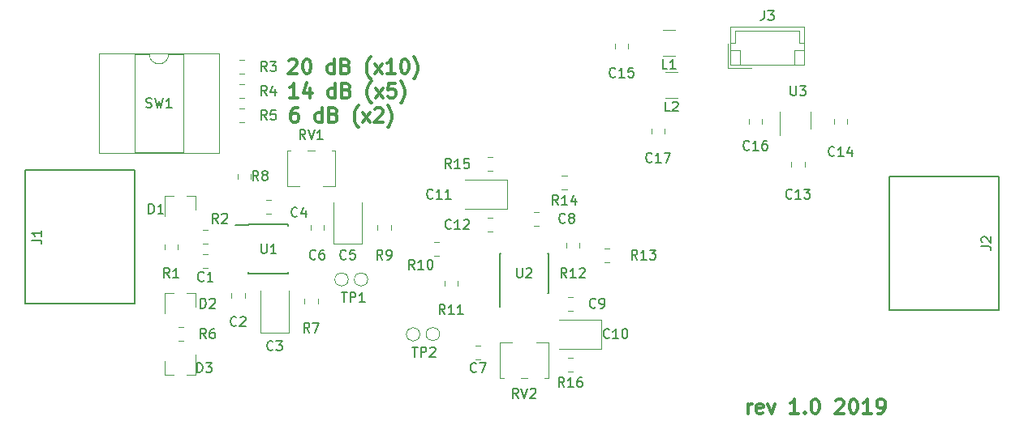
<source format=gbr>
G04 #@! TF.GenerationSoftware,KiCad,Pcbnew,(5.0.1)-4*
G04 #@! TF.CreationDate,2019-01-25T14:15:16+03:00*
G04 #@! TF.ProjectId,Lab Ampl,4C616220416D706C2E6B696361645F70,rev?*
G04 #@! TF.SameCoordinates,Original*
G04 #@! TF.FileFunction,Legend,Top*
G04 #@! TF.FilePolarity,Positive*
%FSLAX46Y46*%
G04 Gerber Fmt 4.6, Leading zero omitted, Abs format (unit mm)*
G04 Created by KiCad (PCBNEW (5.0.1)-4) date 25/01/2019 14:15:16*
%MOMM*%
%LPD*%
G01*
G04 APERTURE LIST*
%ADD10C,0.300000*%
%ADD11C,0.120000*%
%ADD12C,0.150000*%
G04 APERTURE END LIST*
D10*
X177042857Y-110533571D02*
X177042857Y-109533571D01*
X177042857Y-109819285D02*
X177114285Y-109676428D01*
X177185714Y-109605000D01*
X177328571Y-109533571D01*
X177471428Y-109533571D01*
X178542857Y-110462142D02*
X178400000Y-110533571D01*
X178114285Y-110533571D01*
X177971428Y-110462142D01*
X177900000Y-110319285D01*
X177900000Y-109747857D01*
X177971428Y-109605000D01*
X178114285Y-109533571D01*
X178400000Y-109533571D01*
X178542857Y-109605000D01*
X178614285Y-109747857D01*
X178614285Y-109890714D01*
X177900000Y-110033571D01*
X179114285Y-109533571D02*
X179471428Y-110533571D01*
X179828571Y-109533571D01*
X182328571Y-110533571D02*
X181471428Y-110533571D01*
X181900000Y-110533571D02*
X181900000Y-109033571D01*
X181757142Y-109247857D01*
X181614285Y-109390714D01*
X181471428Y-109462142D01*
X182971428Y-110390714D02*
X183042857Y-110462142D01*
X182971428Y-110533571D01*
X182900000Y-110462142D01*
X182971428Y-110390714D01*
X182971428Y-110533571D01*
X183971428Y-109033571D02*
X184114285Y-109033571D01*
X184257142Y-109105000D01*
X184328571Y-109176428D01*
X184400000Y-109319285D01*
X184471428Y-109605000D01*
X184471428Y-109962142D01*
X184400000Y-110247857D01*
X184328571Y-110390714D01*
X184257142Y-110462142D01*
X184114285Y-110533571D01*
X183971428Y-110533571D01*
X183828571Y-110462142D01*
X183757142Y-110390714D01*
X183685714Y-110247857D01*
X183614285Y-109962142D01*
X183614285Y-109605000D01*
X183685714Y-109319285D01*
X183757142Y-109176428D01*
X183828571Y-109105000D01*
X183971428Y-109033571D01*
X186185714Y-109176428D02*
X186257142Y-109105000D01*
X186400000Y-109033571D01*
X186757142Y-109033571D01*
X186900000Y-109105000D01*
X186971428Y-109176428D01*
X187042857Y-109319285D01*
X187042857Y-109462142D01*
X186971428Y-109676428D01*
X186114285Y-110533571D01*
X187042857Y-110533571D01*
X187971428Y-109033571D02*
X188114285Y-109033571D01*
X188257142Y-109105000D01*
X188328571Y-109176428D01*
X188400000Y-109319285D01*
X188471428Y-109605000D01*
X188471428Y-109962142D01*
X188400000Y-110247857D01*
X188328571Y-110390714D01*
X188257142Y-110462142D01*
X188114285Y-110533571D01*
X187971428Y-110533571D01*
X187828571Y-110462142D01*
X187757142Y-110390714D01*
X187685714Y-110247857D01*
X187614285Y-109962142D01*
X187614285Y-109605000D01*
X187685714Y-109319285D01*
X187757142Y-109176428D01*
X187828571Y-109105000D01*
X187971428Y-109033571D01*
X189900000Y-110533571D02*
X189042857Y-110533571D01*
X189471428Y-110533571D02*
X189471428Y-109033571D01*
X189328571Y-109247857D01*
X189185714Y-109390714D01*
X189042857Y-109462142D01*
X190614285Y-110533571D02*
X190900000Y-110533571D01*
X191042857Y-110462142D01*
X191114285Y-110390714D01*
X191257142Y-110176428D01*
X191328571Y-109890714D01*
X191328571Y-109319285D01*
X191257142Y-109176428D01*
X191185714Y-109105000D01*
X191042857Y-109033571D01*
X190757142Y-109033571D01*
X190614285Y-109105000D01*
X190542857Y-109176428D01*
X190471428Y-109319285D01*
X190471428Y-109676428D01*
X190542857Y-109819285D01*
X190614285Y-109890714D01*
X190757142Y-109962142D01*
X191042857Y-109962142D01*
X191185714Y-109890714D01*
X191257142Y-109819285D01*
X191328571Y-109676428D01*
X130012857Y-78553571D02*
X129727142Y-78553571D01*
X129584285Y-78625000D01*
X129512857Y-78696428D01*
X129370000Y-78910714D01*
X129298571Y-79196428D01*
X129298571Y-79767857D01*
X129370000Y-79910714D01*
X129441428Y-79982142D01*
X129584285Y-80053571D01*
X129870000Y-80053571D01*
X130012857Y-79982142D01*
X130084285Y-79910714D01*
X130155714Y-79767857D01*
X130155714Y-79410714D01*
X130084285Y-79267857D01*
X130012857Y-79196428D01*
X129870000Y-79125000D01*
X129584285Y-79125000D01*
X129441428Y-79196428D01*
X129370000Y-79267857D01*
X129298571Y-79410714D01*
X132584285Y-80053571D02*
X132584285Y-78553571D01*
X132584285Y-79982142D02*
X132441428Y-80053571D01*
X132155714Y-80053571D01*
X132012857Y-79982142D01*
X131941428Y-79910714D01*
X131870000Y-79767857D01*
X131870000Y-79339285D01*
X131941428Y-79196428D01*
X132012857Y-79125000D01*
X132155714Y-79053571D01*
X132441428Y-79053571D01*
X132584285Y-79125000D01*
X133798571Y-79267857D02*
X134012857Y-79339285D01*
X134084285Y-79410714D01*
X134155714Y-79553571D01*
X134155714Y-79767857D01*
X134084285Y-79910714D01*
X134012857Y-79982142D01*
X133870000Y-80053571D01*
X133298571Y-80053571D01*
X133298571Y-78553571D01*
X133798571Y-78553571D01*
X133941428Y-78625000D01*
X134012857Y-78696428D01*
X134084285Y-78839285D01*
X134084285Y-78982142D01*
X134012857Y-79125000D01*
X133941428Y-79196428D01*
X133798571Y-79267857D01*
X133298571Y-79267857D01*
X136370000Y-80625000D02*
X136298571Y-80553571D01*
X136155714Y-80339285D01*
X136084285Y-80196428D01*
X136012857Y-79982142D01*
X135941428Y-79625000D01*
X135941428Y-79339285D01*
X136012857Y-78982142D01*
X136084285Y-78767857D01*
X136155714Y-78625000D01*
X136298571Y-78410714D01*
X136370000Y-78339285D01*
X136798571Y-80053571D02*
X137584285Y-79053571D01*
X136798571Y-79053571D02*
X137584285Y-80053571D01*
X138084285Y-78696428D02*
X138155714Y-78625000D01*
X138298571Y-78553571D01*
X138655714Y-78553571D01*
X138798571Y-78625000D01*
X138870000Y-78696428D01*
X138941428Y-78839285D01*
X138941428Y-78982142D01*
X138870000Y-79196428D01*
X138012857Y-80053571D01*
X138941428Y-80053571D01*
X139441428Y-80625000D02*
X139512857Y-80553571D01*
X139655714Y-80339285D01*
X139727142Y-80196428D01*
X139798571Y-79982142D01*
X139870000Y-79625000D01*
X139870000Y-79339285D01*
X139798571Y-78982142D01*
X139727142Y-78767857D01*
X139655714Y-78625000D01*
X139512857Y-78410714D01*
X139441428Y-78339285D01*
X130076428Y-77513571D02*
X129219285Y-77513571D01*
X129647857Y-77513571D02*
X129647857Y-76013571D01*
X129505000Y-76227857D01*
X129362142Y-76370714D01*
X129219285Y-76442142D01*
X131362142Y-76513571D02*
X131362142Y-77513571D01*
X131005000Y-75942142D02*
X130647857Y-77013571D01*
X131576428Y-77013571D01*
X133933571Y-77513571D02*
X133933571Y-76013571D01*
X133933571Y-77442142D02*
X133790714Y-77513571D01*
X133505000Y-77513571D01*
X133362142Y-77442142D01*
X133290714Y-77370714D01*
X133219285Y-77227857D01*
X133219285Y-76799285D01*
X133290714Y-76656428D01*
X133362142Y-76585000D01*
X133505000Y-76513571D01*
X133790714Y-76513571D01*
X133933571Y-76585000D01*
X135147857Y-76727857D02*
X135362142Y-76799285D01*
X135433571Y-76870714D01*
X135505000Y-77013571D01*
X135505000Y-77227857D01*
X135433571Y-77370714D01*
X135362142Y-77442142D01*
X135219285Y-77513571D01*
X134647857Y-77513571D01*
X134647857Y-76013571D01*
X135147857Y-76013571D01*
X135290714Y-76085000D01*
X135362142Y-76156428D01*
X135433571Y-76299285D01*
X135433571Y-76442142D01*
X135362142Y-76585000D01*
X135290714Y-76656428D01*
X135147857Y-76727857D01*
X134647857Y-76727857D01*
X137719285Y-78085000D02*
X137647857Y-78013571D01*
X137505000Y-77799285D01*
X137433571Y-77656428D01*
X137362142Y-77442142D01*
X137290714Y-77085000D01*
X137290714Y-76799285D01*
X137362142Y-76442142D01*
X137433571Y-76227857D01*
X137505000Y-76085000D01*
X137647857Y-75870714D01*
X137719285Y-75799285D01*
X138147857Y-77513571D02*
X138933571Y-76513571D01*
X138147857Y-76513571D02*
X138933571Y-77513571D01*
X140219285Y-76013571D02*
X139505000Y-76013571D01*
X139433571Y-76727857D01*
X139505000Y-76656428D01*
X139647857Y-76585000D01*
X140005000Y-76585000D01*
X140147857Y-76656428D01*
X140219285Y-76727857D01*
X140290714Y-76870714D01*
X140290714Y-77227857D01*
X140219285Y-77370714D01*
X140147857Y-77442142D01*
X140005000Y-77513571D01*
X139647857Y-77513571D01*
X139505000Y-77442142D01*
X139433571Y-77370714D01*
X140790714Y-78085000D02*
X140862142Y-78013571D01*
X141005000Y-77799285D01*
X141076428Y-77656428D01*
X141147857Y-77442142D01*
X141219285Y-77085000D01*
X141219285Y-76799285D01*
X141147857Y-76442142D01*
X141076428Y-76227857D01*
X141005000Y-76085000D01*
X140862142Y-75870714D01*
X140790714Y-75799285D01*
X129140000Y-73616428D02*
X129211428Y-73545000D01*
X129354285Y-73473571D01*
X129711428Y-73473571D01*
X129854285Y-73545000D01*
X129925714Y-73616428D01*
X129997142Y-73759285D01*
X129997142Y-73902142D01*
X129925714Y-74116428D01*
X129068571Y-74973571D01*
X129997142Y-74973571D01*
X130925714Y-73473571D02*
X131068571Y-73473571D01*
X131211428Y-73545000D01*
X131282857Y-73616428D01*
X131354285Y-73759285D01*
X131425714Y-74045000D01*
X131425714Y-74402142D01*
X131354285Y-74687857D01*
X131282857Y-74830714D01*
X131211428Y-74902142D01*
X131068571Y-74973571D01*
X130925714Y-74973571D01*
X130782857Y-74902142D01*
X130711428Y-74830714D01*
X130640000Y-74687857D01*
X130568571Y-74402142D01*
X130568571Y-74045000D01*
X130640000Y-73759285D01*
X130711428Y-73616428D01*
X130782857Y-73545000D01*
X130925714Y-73473571D01*
X133854285Y-74973571D02*
X133854285Y-73473571D01*
X133854285Y-74902142D02*
X133711428Y-74973571D01*
X133425714Y-74973571D01*
X133282857Y-74902142D01*
X133211428Y-74830714D01*
X133140000Y-74687857D01*
X133140000Y-74259285D01*
X133211428Y-74116428D01*
X133282857Y-74045000D01*
X133425714Y-73973571D01*
X133711428Y-73973571D01*
X133854285Y-74045000D01*
X135068571Y-74187857D02*
X135282857Y-74259285D01*
X135354285Y-74330714D01*
X135425714Y-74473571D01*
X135425714Y-74687857D01*
X135354285Y-74830714D01*
X135282857Y-74902142D01*
X135140000Y-74973571D01*
X134568571Y-74973571D01*
X134568571Y-73473571D01*
X135068571Y-73473571D01*
X135211428Y-73545000D01*
X135282857Y-73616428D01*
X135354285Y-73759285D01*
X135354285Y-73902142D01*
X135282857Y-74045000D01*
X135211428Y-74116428D01*
X135068571Y-74187857D01*
X134568571Y-74187857D01*
X137640000Y-75545000D02*
X137568571Y-75473571D01*
X137425714Y-75259285D01*
X137354285Y-75116428D01*
X137282857Y-74902142D01*
X137211428Y-74545000D01*
X137211428Y-74259285D01*
X137282857Y-73902142D01*
X137354285Y-73687857D01*
X137425714Y-73545000D01*
X137568571Y-73330714D01*
X137640000Y-73259285D01*
X138068571Y-74973571D02*
X138854285Y-73973571D01*
X138068571Y-73973571D02*
X138854285Y-74973571D01*
X140211428Y-74973571D02*
X139354285Y-74973571D01*
X139782857Y-74973571D02*
X139782857Y-73473571D01*
X139640000Y-73687857D01*
X139497142Y-73830714D01*
X139354285Y-73902142D01*
X141140000Y-73473571D02*
X141282857Y-73473571D01*
X141425714Y-73545000D01*
X141497142Y-73616428D01*
X141568571Y-73759285D01*
X141640000Y-74045000D01*
X141640000Y-74402142D01*
X141568571Y-74687857D01*
X141497142Y-74830714D01*
X141425714Y-74902142D01*
X141282857Y-74973571D01*
X141140000Y-74973571D01*
X140997142Y-74902142D01*
X140925714Y-74830714D01*
X140854285Y-74687857D01*
X140782857Y-74402142D01*
X140782857Y-74045000D01*
X140854285Y-73759285D01*
X140925714Y-73616428D01*
X140997142Y-73545000D01*
X141140000Y-73473571D01*
X142140000Y-75545000D02*
X142211428Y-75473571D01*
X142354285Y-75259285D01*
X142425714Y-75116428D01*
X142497142Y-74902142D01*
X142568571Y-74545000D01*
X142568571Y-74259285D01*
X142497142Y-73902142D01*
X142425714Y-73687857D01*
X142354285Y-73545000D01*
X142211428Y-73330714D01*
X142140000Y-73259285D01*
D11*
G04 #@! TO.C,REF\002A\002A*
X142787600Y-102260400D02*
G75*
G03X142787600Y-102260400I-700000J0D01*
G01*
D12*
G04 #@! TO.C,U1*
X124925000Y-90770000D02*
X124925000Y-90820000D01*
X129075000Y-90770000D02*
X129075000Y-90915000D01*
X129075000Y-95920000D02*
X129075000Y-95775000D01*
X124925000Y-95920000D02*
X124925000Y-95775000D01*
X124925000Y-90770000D02*
X129075000Y-90770000D01*
X124925000Y-95920000D02*
X129075000Y-95920000D01*
X124925000Y-90820000D02*
X123525000Y-90820000D01*
D11*
G04 #@! TO.C,C1*
X120666252Y-95325000D02*
X120143748Y-95325000D01*
X120666252Y-93905000D02*
X120143748Y-93905000D01*
G04 #@! TO.C,C2*
X124535000Y-98441252D02*
X124535000Y-97918748D01*
X123115000Y-98441252D02*
X123115000Y-97918748D01*
G04 #@! TO.C,C4*
X127261252Y-89610000D02*
X126738748Y-89610000D01*
X127261252Y-88190000D02*
X126738748Y-88190000D01*
G04 #@! TO.C,C6*
X131370000Y-91311252D02*
X131370000Y-90788748D01*
X132790000Y-91311252D02*
X132790000Y-90788748D01*
G04 #@! TO.C,C7*
X149096252Y-103430000D02*
X148573748Y-103430000D01*
X149096252Y-104850000D02*
X148573748Y-104850000D01*
G04 #@! TO.C,C8*
X154678748Y-90880000D02*
X155201252Y-90880000D01*
X154678748Y-89460000D02*
X155201252Y-89460000D01*
G04 #@! TO.C,C9*
X158766252Y-99770000D02*
X158243748Y-99770000D01*
X158766252Y-98350000D02*
X158243748Y-98350000D01*
G04 #@! TO.C,C12*
X150366252Y-91515000D02*
X149843748Y-91515000D01*
X150366252Y-90095000D02*
X149843748Y-90095000D01*
G04 #@! TO.C,C13*
X182955000Y-84193748D02*
X182955000Y-84716252D01*
X181535000Y-84193748D02*
X181535000Y-84716252D01*
G04 #@! TO.C,C14*
X185980000Y-79748748D02*
X185980000Y-80271252D01*
X187400000Y-79748748D02*
X187400000Y-80271252D01*
G04 #@! TO.C,C15*
X163120000Y-71883748D02*
X163120000Y-72406252D01*
X164540000Y-71883748D02*
X164540000Y-72406252D01*
G04 #@! TO.C,C16*
X178510000Y-80271252D02*
X178510000Y-79748748D01*
X177090000Y-80271252D02*
X177090000Y-79748748D01*
G04 #@! TO.C,C17*
X168350000Y-80773748D02*
X168350000Y-81296252D01*
X166930000Y-80773748D02*
X166930000Y-81296252D01*
G04 #@! TO.C,D1*
X119370000Y-87775000D02*
X118440000Y-87775000D01*
X116210000Y-87775000D02*
X117140000Y-87775000D01*
X116210000Y-87775000D02*
X116210000Y-89935000D01*
X119370000Y-87775000D02*
X119370000Y-89235000D01*
G04 #@! TO.C,D2*
X119370000Y-97935000D02*
X119370000Y-99395000D01*
X116210000Y-97935000D02*
X116210000Y-100095000D01*
X116210000Y-97935000D02*
X117140000Y-97935000D01*
X119370000Y-97935000D02*
X118440000Y-97935000D01*
G04 #@! TO.C,D3*
X116210000Y-106535000D02*
X117140000Y-106535000D01*
X119370000Y-106535000D02*
X118440000Y-106535000D01*
X119370000Y-106535000D02*
X119370000Y-104375000D01*
X116210000Y-106535000D02*
X116210000Y-105075000D01*
G04 #@! TO.C,J3*
X175190000Y-70045000D02*
X175190000Y-74065000D01*
X175190000Y-74065000D02*
X182910000Y-74065000D01*
X182910000Y-74065000D02*
X182910000Y-70045000D01*
X182910000Y-70045000D02*
X175190000Y-70045000D01*
X175190000Y-71755000D02*
X175690000Y-71755000D01*
X175690000Y-71755000D02*
X175690000Y-70545000D01*
X175690000Y-70545000D02*
X182410000Y-70545000D01*
X182410000Y-70545000D02*
X182410000Y-71755000D01*
X182410000Y-71755000D02*
X182910000Y-71755000D01*
X175190000Y-72565000D02*
X176190000Y-72565000D01*
X176190000Y-72565000D02*
X176190000Y-74065000D01*
X182910000Y-72565000D02*
X181910000Y-72565000D01*
X181910000Y-72565000D02*
X181910000Y-74065000D01*
X174890000Y-71865000D02*
X174890000Y-74365000D01*
X174890000Y-74365000D02*
X177390000Y-74365000D01*
G04 #@! TO.C,L1*
X169382064Y-73115000D02*
X168177936Y-73115000D01*
X169382064Y-70395000D02*
X168177936Y-70395000D01*
G04 #@! TO.C,L2*
X169642064Y-74840000D02*
X168437936Y-74840000D01*
X169642064Y-77560000D02*
X168437936Y-77560000D01*
G04 #@! TO.C,R1*
X117550000Y-92838748D02*
X117550000Y-93361252D01*
X116130000Y-92838748D02*
X116130000Y-93361252D01*
G04 #@! TO.C,R2*
X120666252Y-92785000D02*
X120143748Y-92785000D01*
X120666252Y-91365000D02*
X120143748Y-91365000D01*
G04 #@! TO.C,R3*
X124476252Y-75005000D02*
X123953748Y-75005000D01*
X124476252Y-73585000D02*
X123953748Y-73585000D01*
G04 #@! TO.C,R4*
X124476252Y-76125000D02*
X123953748Y-76125000D01*
X124476252Y-77545000D02*
X123953748Y-77545000D01*
G04 #@! TO.C,R5*
X124476252Y-80085000D02*
X123953748Y-80085000D01*
X124476252Y-78665000D02*
X123953748Y-78665000D01*
G04 #@! TO.C,R6*
X118126252Y-101525000D02*
X117603748Y-101525000D01*
X118126252Y-102945000D02*
X117603748Y-102945000D01*
G04 #@! TO.C,R7*
X130735000Y-98553748D02*
X130735000Y-99076252D01*
X132155000Y-98553748D02*
X132155000Y-99076252D01*
G04 #@! TO.C,R8*
X123750000Y-85463748D02*
X123750000Y-85986252D01*
X125170000Y-85463748D02*
X125170000Y-85986252D01*
G04 #@! TO.C,R9*
X139775000Y-90788748D02*
X139775000Y-91311252D01*
X138355000Y-90788748D02*
X138355000Y-91311252D01*
G04 #@! TO.C,R10*
X144796252Y-94055000D02*
X144273748Y-94055000D01*
X144796252Y-92635000D02*
X144273748Y-92635000D01*
G04 #@! TO.C,R11*
X145340000Y-96648748D02*
X145340000Y-97171252D01*
X146760000Y-96648748D02*
X146760000Y-97171252D01*
G04 #@! TO.C,R12*
X158040000Y-93216252D02*
X158040000Y-92693748D01*
X159460000Y-93216252D02*
X159460000Y-92693748D01*
G04 #@! TO.C,R13*
X162576252Y-93270000D02*
X162053748Y-93270000D01*
X162576252Y-94690000D02*
X162053748Y-94690000D01*
G04 #@! TO.C,R14*
X158131252Y-85650000D02*
X157608748Y-85650000D01*
X158131252Y-87070000D02*
X157608748Y-87070000D01*
G04 #@! TO.C,R15*
X149843748Y-83745000D02*
X150366252Y-83745000D01*
X149843748Y-85165000D02*
X150366252Y-85165000D01*
G04 #@! TO.C,R16*
X158243748Y-106120000D02*
X158766252Y-106120000D01*
X158243748Y-104700000D02*
X158766252Y-104700000D01*
G04 #@! TO.C,RV1*
X133585000Y-83040000D02*
X133965000Y-83040000D01*
X128925000Y-83040000D02*
X129305000Y-83040000D01*
X131085000Y-83040000D02*
X131805000Y-83040000D01*
X128925000Y-86780000D02*
X130205000Y-86780000D01*
X132685000Y-86780000D02*
X133965000Y-86780000D01*
X128925000Y-83040000D02*
X128925000Y-86780000D01*
X133965000Y-83040000D02*
X133965000Y-86780000D01*
G04 #@! TO.C,RV2*
X151150000Y-106825000D02*
X151150000Y-103085000D01*
X156190000Y-106825000D02*
X156190000Y-103085000D01*
X152430000Y-103085000D02*
X151150000Y-103085000D01*
X156190000Y-103085000D02*
X154910000Y-103085000D01*
X154030000Y-106825000D02*
X153310000Y-106825000D01*
X156190000Y-106825000D02*
X155810000Y-106825000D01*
X151530000Y-106825000D02*
X151150000Y-106825000D01*
G04 #@! TO.C,SW1*
X116570000Y-72965000D02*
G75*
G02X114570000Y-72965000I-1000000J0D01*
G01*
X114570000Y-72965000D02*
X113035000Y-72965000D01*
X113035000Y-72965000D02*
X113035000Y-83245000D01*
X113035000Y-83245000D02*
X118105000Y-83245000D01*
X118105000Y-83245000D02*
X118105000Y-72965000D01*
X118105000Y-72965000D02*
X116570000Y-72965000D01*
X109335000Y-72905000D02*
X109335000Y-83305000D01*
X109335000Y-83305000D02*
X121805000Y-83305000D01*
X121805000Y-83305000D02*
X121805000Y-72905000D01*
X121805000Y-72905000D02*
X109335000Y-72905000D01*
D12*
G04 #@! TO.C,U2*
X151145000Y-97960000D02*
X151145000Y-99360000D01*
X156245000Y-97960000D02*
X156245000Y-93810000D01*
X151095000Y-97960000D02*
X151095000Y-93810000D01*
X156245000Y-97960000D02*
X156100000Y-97960000D01*
X156245000Y-93810000D02*
X156100000Y-93810000D01*
X151095000Y-93810000D02*
X151240000Y-93810000D01*
X151095000Y-97960000D02*
X151145000Y-97960000D01*
D11*
G04 #@! TO.C,U3*
X183535000Y-80740000D02*
X183535000Y-78940000D01*
X180315000Y-78940000D02*
X180315000Y-81390000D01*
G04 #@! TO.C,C3*
X126125000Y-97665000D02*
X126125000Y-102050000D01*
X126125000Y-102050000D02*
X129145000Y-102050000D01*
X129145000Y-102050000D02*
X129145000Y-97665000D01*
G04 #@! TO.C,C5*
X136765000Y-92805000D02*
X136765000Y-88420000D01*
X133745000Y-92805000D02*
X136765000Y-92805000D01*
X133745000Y-88420000D02*
X133745000Y-92805000D01*
G04 #@! TO.C,C10*
X161740000Y-100725000D02*
X157355000Y-100725000D01*
X161740000Y-103745000D02*
X161740000Y-100725000D01*
X157355000Y-103745000D02*
X161740000Y-103745000D01*
G04 #@! TO.C,C11*
X147475000Y-89140000D02*
X151860000Y-89140000D01*
X151860000Y-89140000D02*
X151860000Y-86120000D01*
X151860000Y-86120000D02*
X147475000Y-86120000D01*
G04 #@! TO.C,TP1*
X135320000Y-96520000D02*
G75*
G03X135320000Y-96520000I-700000J0D01*
G01*
G04 #@! TO.C,TP2*
X144845000Y-102235000D02*
G75*
G03X144845000Y-102235000I-700000J0D01*
G01*
G04 #@! TO.C,REF\002A\002A*
X137352000Y-96520000D02*
G75*
G03X137352000Y-96520000I-700000J0D01*
G01*
D12*
G04 #@! TO.C,J1*
X101600000Y-99060000D02*
X113030000Y-99060000D01*
X101600000Y-85090000D02*
X113030000Y-85090000D01*
X101600000Y-85090000D02*
X101600000Y-99060000D01*
X113030000Y-99060000D02*
X113030000Y-85090000D01*
G04 #@! TO.C,J2*
X191770000Y-85725000D02*
X191770000Y-99695000D01*
X203200000Y-99695000D02*
X203200000Y-85725000D01*
X203200000Y-99695000D02*
X191770000Y-99695000D01*
X203200000Y-85725000D02*
X191770000Y-85725000D01*
G04 #@! TO.C,U1*
X126238095Y-92797380D02*
X126238095Y-93606904D01*
X126285714Y-93702142D01*
X126333333Y-93749761D01*
X126428571Y-93797380D01*
X126619047Y-93797380D01*
X126714285Y-93749761D01*
X126761904Y-93702142D01*
X126809523Y-93606904D01*
X126809523Y-92797380D01*
X127809523Y-93797380D02*
X127238095Y-93797380D01*
X127523809Y-93797380D02*
X127523809Y-92797380D01*
X127428571Y-92940238D01*
X127333333Y-93035476D01*
X127238095Y-93083095D01*
G04 #@! TO.C,C1*
X120238333Y-96622142D02*
X120190714Y-96669761D01*
X120047857Y-96717380D01*
X119952619Y-96717380D01*
X119809761Y-96669761D01*
X119714523Y-96574523D01*
X119666904Y-96479285D01*
X119619285Y-96288809D01*
X119619285Y-96145952D01*
X119666904Y-95955476D01*
X119714523Y-95860238D01*
X119809761Y-95765000D01*
X119952619Y-95717380D01*
X120047857Y-95717380D01*
X120190714Y-95765000D01*
X120238333Y-95812619D01*
X121190714Y-96717380D02*
X120619285Y-96717380D01*
X120905000Y-96717380D02*
X120905000Y-95717380D01*
X120809761Y-95860238D01*
X120714523Y-95955476D01*
X120619285Y-96003095D01*
G04 #@! TO.C,C2*
X123658333Y-101322142D02*
X123610714Y-101369761D01*
X123467857Y-101417380D01*
X123372619Y-101417380D01*
X123229761Y-101369761D01*
X123134523Y-101274523D01*
X123086904Y-101179285D01*
X123039285Y-100988809D01*
X123039285Y-100845952D01*
X123086904Y-100655476D01*
X123134523Y-100560238D01*
X123229761Y-100465000D01*
X123372619Y-100417380D01*
X123467857Y-100417380D01*
X123610714Y-100465000D01*
X123658333Y-100512619D01*
X124039285Y-100512619D02*
X124086904Y-100465000D01*
X124182142Y-100417380D01*
X124420238Y-100417380D01*
X124515476Y-100465000D01*
X124563095Y-100512619D01*
X124610714Y-100607857D01*
X124610714Y-100703095D01*
X124563095Y-100845952D01*
X123991666Y-101417380D01*
X124610714Y-101417380D01*
G04 #@! TO.C,C4*
X130008333Y-89892142D02*
X129960714Y-89939761D01*
X129817857Y-89987380D01*
X129722619Y-89987380D01*
X129579761Y-89939761D01*
X129484523Y-89844523D01*
X129436904Y-89749285D01*
X129389285Y-89558809D01*
X129389285Y-89415952D01*
X129436904Y-89225476D01*
X129484523Y-89130238D01*
X129579761Y-89035000D01*
X129722619Y-88987380D01*
X129817857Y-88987380D01*
X129960714Y-89035000D01*
X130008333Y-89082619D01*
X130865476Y-89320714D02*
X130865476Y-89987380D01*
X130627380Y-88939761D02*
X130389285Y-89654047D01*
X131008333Y-89654047D01*
G04 #@! TO.C,C6*
X131913333Y-94337142D02*
X131865714Y-94384761D01*
X131722857Y-94432380D01*
X131627619Y-94432380D01*
X131484761Y-94384761D01*
X131389523Y-94289523D01*
X131341904Y-94194285D01*
X131294285Y-94003809D01*
X131294285Y-93860952D01*
X131341904Y-93670476D01*
X131389523Y-93575238D01*
X131484761Y-93480000D01*
X131627619Y-93432380D01*
X131722857Y-93432380D01*
X131865714Y-93480000D01*
X131913333Y-93527619D01*
X132770476Y-93432380D02*
X132580000Y-93432380D01*
X132484761Y-93480000D01*
X132437142Y-93527619D01*
X132341904Y-93670476D01*
X132294285Y-93860952D01*
X132294285Y-94241904D01*
X132341904Y-94337142D01*
X132389523Y-94384761D01*
X132484761Y-94432380D01*
X132675238Y-94432380D01*
X132770476Y-94384761D01*
X132818095Y-94337142D01*
X132865714Y-94241904D01*
X132865714Y-94003809D01*
X132818095Y-93908571D01*
X132770476Y-93860952D01*
X132675238Y-93813333D01*
X132484761Y-93813333D01*
X132389523Y-93860952D01*
X132341904Y-93908571D01*
X132294285Y-94003809D01*
G04 #@! TO.C,C7*
X148668333Y-106147142D02*
X148620714Y-106194761D01*
X148477857Y-106242380D01*
X148382619Y-106242380D01*
X148239761Y-106194761D01*
X148144523Y-106099523D01*
X148096904Y-106004285D01*
X148049285Y-105813809D01*
X148049285Y-105670952D01*
X148096904Y-105480476D01*
X148144523Y-105385238D01*
X148239761Y-105290000D01*
X148382619Y-105242380D01*
X148477857Y-105242380D01*
X148620714Y-105290000D01*
X148668333Y-105337619D01*
X149001666Y-105242380D02*
X149668333Y-105242380D01*
X149239761Y-106242380D01*
G04 #@! TO.C,C8*
X157948333Y-90527142D02*
X157900714Y-90574761D01*
X157757857Y-90622380D01*
X157662619Y-90622380D01*
X157519761Y-90574761D01*
X157424523Y-90479523D01*
X157376904Y-90384285D01*
X157329285Y-90193809D01*
X157329285Y-90050952D01*
X157376904Y-89860476D01*
X157424523Y-89765238D01*
X157519761Y-89670000D01*
X157662619Y-89622380D01*
X157757857Y-89622380D01*
X157900714Y-89670000D01*
X157948333Y-89717619D01*
X158519761Y-90050952D02*
X158424523Y-90003333D01*
X158376904Y-89955714D01*
X158329285Y-89860476D01*
X158329285Y-89812857D01*
X158376904Y-89717619D01*
X158424523Y-89670000D01*
X158519761Y-89622380D01*
X158710238Y-89622380D01*
X158805476Y-89670000D01*
X158853095Y-89717619D01*
X158900714Y-89812857D01*
X158900714Y-89860476D01*
X158853095Y-89955714D01*
X158805476Y-90003333D01*
X158710238Y-90050952D01*
X158519761Y-90050952D01*
X158424523Y-90098571D01*
X158376904Y-90146190D01*
X158329285Y-90241428D01*
X158329285Y-90431904D01*
X158376904Y-90527142D01*
X158424523Y-90574761D01*
X158519761Y-90622380D01*
X158710238Y-90622380D01*
X158805476Y-90574761D01*
X158853095Y-90527142D01*
X158900714Y-90431904D01*
X158900714Y-90241428D01*
X158853095Y-90146190D01*
X158805476Y-90098571D01*
X158710238Y-90050952D01*
G04 #@! TO.C,C9*
X161123333Y-99417142D02*
X161075714Y-99464761D01*
X160932857Y-99512380D01*
X160837619Y-99512380D01*
X160694761Y-99464761D01*
X160599523Y-99369523D01*
X160551904Y-99274285D01*
X160504285Y-99083809D01*
X160504285Y-98940952D01*
X160551904Y-98750476D01*
X160599523Y-98655238D01*
X160694761Y-98560000D01*
X160837619Y-98512380D01*
X160932857Y-98512380D01*
X161075714Y-98560000D01*
X161123333Y-98607619D01*
X161599523Y-99512380D02*
X161790000Y-99512380D01*
X161885238Y-99464761D01*
X161932857Y-99417142D01*
X162028095Y-99274285D01*
X162075714Y-99083809D01*
X162075714Y-98702857D01*
X162028095Y-98607619D01*
X161980476Y-98560000D01*
X161885238Y-98512380D01*
X161694761Y-98512380D01*
X161599523Y-98560000D01*
X161551904Y-98607619D01*
X161504285Y-98702857D01*
X161504285Y-98940952D01*
X161551904Y-99036190D01*
X161599523Y-99083809D01*
X161694761Y-99131428D01*
X161885238Y-99131428D01*
X161980476Y-99083809D01*
X162028095Y-99036190D01*
X162075714Y-98940952D01*
G04 #@! TO.C,C12*
X146042142Y-91162142D02*
X145994523Y-91209761D01*
X145851666Y-91257380D01*
X145756428Y-91257380D01*
X145613571Y-91209761D01*
X145518333Y-91114523D01*
X145470714Y-91019285D01*
X145423095Y-90828809D01*
X145423095Y-90685952D01*
X145470714Y-90495476D01*
X145518333Y-90400238D01*
X145613571Y-90305000D01*
X145756428Y-90257380D01*
X145851666Y-90257380D01*
X145994523Y-90305000D01*
X146042142Y-90352619D01*
X146994523Y-91257380D02*
X146423095Y-91257380D01*
X146708809Y-91257380D02*
X146708809Y-90257380D01*
X146613571Y-90400238D01*
X146518333Y-90495476D01*
X146423095Y-90543095D01*
X147375476Y-90352619D02*
X147423095Y-90305000D01*
X147518333Y-90257380D01*
X147756428Y-90257380D01*
X147851666Y-90305000D01*
X147899285Y-90352619D01*
X147946904Y-90447857D01*
X147946904Y-90543095D01*
X147899285Y-90685952D01*
X147327857Y-91257380D01*
X147946904Y-91257380D01*
G04 #@! TO.C,C13*
X181602142Y-87987142D02*
X181554523Y-88034761D01*
X181411666Y-88082380D01*
X181316428Y-88082380D01*
X181173571Y-88034761D01*
X181078333Y-87939523D01*
X181030714Y-87844285D01*
X180983095Y-87653809D01*
X180983095Y-87510952D01*
X181030714Y-87320476D01*
X181078333Y-87225238D01*
X181173571Y-87130000D01*
X181316428Y-87082380D01*
X181411666Y-87082380D01*
X181554523Y-87130000D01*
X181602142Y-87177619D01*
X182554523Y-88082380D02*
X181983095Y-88082380D01*
X182268809Y-88082380D02*
X182268809Y-87082380D01*
X182173571Y-87225238D01*
X182078333Y-87320476D01*
X181983095Y-87368095D01*
X182887857Y-87082380D02*
X183506904Y-87082380D01*
X183173571Y-87463333D01*
X183316428Y-87463333D01*
X183411666Y-87510952D01*
X183459285Y-87558571D01*
X183506904Y-87653809D01*
X183506904Y-87891904D01*
X183459285Y-87987142D01*
X183411666Y-88034761D01*
X183316428Y-88082380D01*
X183030714Y-88082380D01*
X182935476Y-88034761D01*
X182887857Y-87987142D01*
G04 #@! TO.C,C14*
X186047142Y-83542142D02*
X185999523Y-83589761D01*
X185856666Y-83637380D01*
X185761428Y-83637380D01*
X185618571Y-83589761D01*
X185523333Y-83494523D01*
X185475714Y-83399285D01*
X185428095Y-83208809D01*
X185428095Y-83065952D01*
X185475714Y-82875476D01*
X185523333Y-82780238D01*
X185618571Y-82685000D01*
X185761428Y-82637380D01*
X185856666Y-82637380D01*
X185999523Y-82685000D01*
X186047142Y-82732619D01*
X186999523Y-83637380D02*
X186428095Y-83637380D01*
X186713809Y-83637380D02*
X186713809Y-82637380D01*
X186618571Y-82780238D01*
X186523333Y-82875476D01*
X186428095Y-82923095D01*
X187856666Y-82970714D02*
X187856666Y-83637380D01*
X187618571Y-82589761D02*
X187380476Y-83304047D01*
X187999523Y-83304047D01*
G04 #@! TO.C,C15*
X163187142Y-75287142D02*
X163139523Y-75334761D01*
X162996666Y-75382380D01*
X162901428Y-75382380D01*
X162758571Y-75334761D01*
X162663333Y-75239523D01*
X162615714Y-75144285D01*
X162568095Y-74953809D01*
X162568095Y-74810952D01*
X162615714Y-74620476D01*
X162663333Y-74525238D01*
X162758571Y-74430000D01*
X162901428Y-74382380D01*
X162996666Y-74382380D01*
X163139523Y-74430000D01*
X163187142Y-74477619D01*
X164139523Y-75382380D02*
X163568095Y-75382380D01*
X163853809Y-75382380D02*
X163853809Y-74382380D01*
X163758571Y-74525238D01*
X163663333Y-74620476D01*
X163568095Y-74668095D01*
X165044285Y-74382380D02*
X164568095Y-74382380D01*
X164520476Y-74858571D01*
X164568095Y-74810952D01*
X164663333Y-74763333D01*
X164901428Y-74763333D01*
X164996666Y-74810952D01*
X165044285Y-74858571D01*
X165091904Y-74953809D01*
X165091904Y-75191904D01*
X165044285Y-75287142D01*
X164996666Y-75334761D01*
X164901428Y-75382380D01*
X164663333Y-75382380D01*
X164568095Y-75334761D01*
X164520476Y-75287142D01*
G04 #@! TO.C,C16*
X177157142Y-82907142D02*
X177109523Y-82954761D01*
X176966666Y-83002380D01*
X176871428Y-83002380D01*
X176728571Y-82954761D01*
X176633333Y-82859523D01*
X176585714Y-82764285D01*
X176538095Y-82573809D01*
X176538095Y-82430952D01*
X176585714Y-82240476D01*
X176633333Y-82145238D01*
X176728571Y-82050000D01*
X176871428Y-82002380D01*
X176966666Y-82002380D01*
X177109523Y-82050000D01*
X177157142Y-82097619D01*
X178109523Y-83002380D02*
X177538095Y-83002380D01*
X177823809Y-83002380D02*
X177823809Y-82002380D01*
X177728571Y-82145238D01*
X177633333Y-82240476D01*
X177538095Y-82288095D01*
X178966666Y-82002380D02*
X178776190Y-82002380D01*
X178680952Y-82050000D01*
X178633333Y-82097619D01*
X178538095Y-82240476D01*
X178490476Y-82430952D01*
X178490476Y-82811904D01*
X178538095Y-82907142D01*
X178585714Y-82954761D01*
X178680952Y-83002380D01*
X178871428Y-83002380D01*
X178966666Y-82954761D01*
X179014285Y-82907142D01*
X179061904Y-82811904D01*
X179061904Y-82573809D01*
X179014285Y-82478571D01*
X178966666Y-82430952D01*
X178871428Y-82383333D01*
X178680952Y-82383333D01*
X178585714Y-82430952D01*
X178538095Y-82478571D01*
X178490476Y-82573809D01*
G04 #@! TO.C,C17*
X166997142Y-84177142D02*
X166949523Y-84224761D01*
X166806666Y-84272380D01*
X166711428Y-84272380D01*
X166568571Y-84224761D01*
X166473333Y-84129523D01*
X166425714Y-84034285D01*
X166378095Y-83843809D01*
X166378095Y-83700952D01*
X166425714Y-83510476D01*
X166473333Y-83415238D01*
X166568571Y-83320000D01*
X166711428Y-83272380D01*
X166806666Y-83272380D01*
X166949523Y-83320000D01*
X166997142Y-83367619D01*
X167949523Y-84272380D02*
X167378095Y-84272380D01*
X167663809Y-84272380D02*
X167663809Y-83272380D01*
X167568571Y-83415238D01*
X167473333Y-83510476D01*
X167378095Y-83558095D01*
X168282857Y-83272380D02*
X168949523Y-83272380D01*
X168520952Y-84272380D01*
G04 #@! TO.C,D1*
X114511904Y-89622380D02*
X114511904Y-88622380D01*
X114750000Y-88622380D01*
X114892857Y-88670000D01*
X114988095Y-88765238D01*
X115035714Y-88860476D01*
X115083333Y-89050952D01*
X115083333Y-89193809D01*
X115035714Y-89384285D01*
X114988095Y-89479523D01*
X114892857Y-89574761D01*
X114750000Y-89622380D01*
X114511904Y-89622380D01*
X116035714Y-89622380D02*
X115464285Y-89622380D01*
X115750000Y-89622380D02*
X115750000Y-88622380D01*
X115654761Y-88765238D01*
X115559523Y-88860476D01*
X115464285Y-88908095D01*
G04 #@! TO.C,D2*
X119911904Y-99512380D02*
X119911904Y-98512380D01*
X120150000Y-98512380D01*
X120292857Y-98560000D01*
X120388095Y-98655238D01*
X120435714Y-98750476D01*
X120483333Y-98940952D01*
X120483333Y-99083809D01*
X120435714Y-99274285D01*
X120388095Y-99369523D01*
X120292857Y-99464761D01*
X120150000Y-99512380D01*
X119911904Y-99512380D01*
X120864285Y-98607619D02*
X120911904Y-98560000D01*
X121007142Y-98512380D01*
X121245238Y-98512380D01*
X121340476Y-98560000D01*
X121388095Y-98607619D01*
X121435714Y-98702857D01*
X121435714Y-98798095D01*
X121388095Y-98940952D01*
X120816666Y-99512380D01*
X121435714Y-99512380D01*
G04 #@! TO.C,D3*
X119551904Y-106227380D02*
X119551904Y-105227380D01*
X119790000Y-105227380D01*
X119932857Y-105275000D01*
X120028095Y-105370238D01*
X120075714Y-105465476D01*
X120123333Y-105655952D01*
X120123333Y-105798809D01*
X120075714Y-105989285D01*
X120028095Y-106084523D01*
X119932857Y-106179761D01*
X119790000Y-106227380D01*
X119551904Y-106227380D01*
X120456666Y-105227380D02*
X121075714Y-105227380D01*
X120742380Y-105608333D01*
X120885238Y-105608333D01*
X120980476Y-105655952D01*
X121028095Y-105703571D01*
X121075714Y-105798809D01*
X121075714Y-106036904D01*
X121028095Y-106132142D01*
X120980476Y-106179761D01*
X120885238Y-106227380D01*
X120599523Y-106227380D01*
X120504285Y-106179761D01*
X120456666Y-106132142D01*
G04 #@! TO.C,J3*
X178716666Y-68407380D02*
X178716666Y-69121666D01*
X178669047Y-69264523D01*
X178573809Y-69359761D01*
X178430952Y-69407380D01*
X178335714Y-69407380D01*
X179097619Y-68407380D02*
X179716666Y-68407380D01*
X179383333Y-68788333D01*
X179526190Y-68788333D01*
X179621428Y-68835952D01*
X179669047Y-68883571D01*
X179716666Y-68978809D01*
X179716666Y-69216904D01*
X179669047Y-69312142D01*
X179621428Y-69359761D01*
X179526190Y-69407380D01*
X179240476Y-69407380D01*
X179145238Y-69359761D01*
X179097619Y-69312142D01*
G04 #@! TO.C,L1*
X168613333Y-74487380D02*
X168137142Y-74487380D01*
X168137142Y-73487380D01*
X169470476Y-74487380D02*
X168899047Y-74487380D01*
X169184761Y-74487380D02*
X169184761Y-73487380D01*
X169089523Y-73630238D01*
X168994285Y-73725476D01*
X168899047Y-73773095D01*
G04 #@! TO.C,L2*
X168873333Y-78932380D02*
X168397142Y-78932380D01*
X168397142Y-77932380D01*
X169159047Y-78027619D02*
X169206666Y-77980000D01*
X169301904Y-77932380D01*
X169540000Y-77932380D01*
X169635238Y-77980000D01*
X169682857Y-78027619D01*
X169730476Y-78122857D01*
X169730476Y-78218095D01*
X169682857Y-78360952D01*
X169111428Y-78932380D01*
X169730476Y-78932380D01*
G04 #@! TO.C,R1*
X116673333Y-96337380D02*
X116340000Y-95861190D01*
X116101904Y-96337380D02*
X116101904Y-95337380D01*
X116482857Y-95337380D01*
X116578095Y-95385000D01*
X116625714Y-95432619D01*
X116673333Y-95527857D01*
X116673333Y-95670714D01*
X116625714Y-95765952D01*
X116578095Y-95813571D01*
X116482857Y-95861190D01*
X116101904Y-95861190D01*
X117625714Y-96337380D02*
X117054285Y-96337380D01*
X117340000Y-96337380D02*
X117340000Y-95337380D01*
X117244761Y-95480238D01*
X117149523Y-95575476D01*
X117054285Y-95623095D01*
G04 #@! TO.C,R2*
X121753333Y-90622380D02*
X121420000Y-90146190D01*
X121181904Y-90622380D02*
X121181904Y-89622380D01*
X121562857Y-89622380D01*
X121658095Y-89670000D01*
X121705714Y-89717619D01*
X121753333Y-89812857D01*
X121753333Y-89955714D01*
X121705714Y-90050952D01*
X121658095Y-90098571D01*
X121562857Y-90146190D01*
X121181904Y-90146190D01*
X122134285Y-89717619D02*
X122181904Y-89670000D01*
X122277142Y-89622380D01*
X122515238Y-89622380D01*
X122610476Y-89670000D01*
X122658095Y-89717619D01*
X122705714Y-89812857D01*
X122705714Y-89908095D01*
X122658095Y-90050952D01*
X122086666Y-90622380D01*
X122705714Y-90622380D01*
G04 #@! TO.C,R3*
X126833333Y-74747380D02*
X126500000Y-74271190D01*
X126261904Y-74747380D02*
X126261904Y-73747380D01*
X126642857Y-73747380D01*
X126738095Y-73795000D01*
X126785714Y-73842619D01*
X126833333Y-73937857D01*
X126833333Y-74080714D01*
X126785714Y-74175952D01*
X126738095Y-74223571D01*
X126642857Y-74271190D01*
X126261904Y-74271190D01*
X127166666Y-73747380D02*
X127785714Y-73747380D01*
X127452380Y-74128333D01*
X127595238Y-74128333D01*
X127690476Y-74175952D01*
X127738095Y-74223571D01*
X127785714Y-74318809D01*
X127785714Y-74556904D01*
X127738095Y-74652142D01*
X127690476Y-74699761D01*
X127595238Y-74747380D01*
X127309523Y-74747380D01*
X127214285Y-74699761D01*
X127166666Y-74652142D01*
G04 #@! TO.C,R4*
X126833333Y-77287380D02*
X126500000Y-76811190D01*
X126261904Y-77287380D02*
X126261904Y-76287380D01*
X126642857Y-76287380D01*
X126738095Y-76335000D01*
X126785714Y-76382619D01*
X126833333Y-76477857D01*
X126833333Y-76620714D01*
X126785714Y-76715952D01*
X126738095Y-76763571D01*
X126642857Y-76811190D01*
X126261904Y-76811190D01*
X127690476Y-76620714D02*
X127690476Y-77287380D01*
X127452380Y-76239761D02*
X127214285Y-76954047D01*
X127833333Y-76954047D01*
G04 #@! TO.C,R5*
X126833333Y-79827380D02*
X126500000Y-79351190D01*
X126261904Y-79827380D02*
X126261904Y-78827380D01*
X126642857Y-78827380D01*
X126738095Y-78875000D01*
X126785714Y-78922619D01*
X126833333Y-79017857D01*
X126833333Y-79160714D01*
X126785714Y-79255952D01*
X126738095Y-79303571D01*
X126642857Y-79351190D01*
X126261904Y-79351190D01*
X127738095Y-78827380D02*
X127261904Y-78827380D01*
X127214285Y-79303571D01*
X127261904Y-79255952D01*
X127357142Y-79208333D01*
X127595238Y-79208333D01*
X127690476Y-79255952D01*
X127738095Y-79303571D01*
X127785714Y-79398809D01*
X127785714Y-79636904D01*
X127738095Y-79732142D01*
X127690476Y-79779761D01*
X127595238Y-79827380D01*
X127357142Y-79827380D01*
X127261904Y-79779761D01*
X127214285Y-79732142D01*
G04 #@! TO.C,R6*
X120483333Y-102687380D02*
X120150000Y-102211190D01*
X119911904Y-102687380D02*
X119911904Y-101687380D01*
X120292857Y-101687380D01*
X120388095Y-101735000D01*
X120435714Y-101782619D01*
X120483333Y-101877857D01*
X120483333Y-102020714D01*
X120435714Y-102115952D01*
X120388095Y-102163571D01*
X120292857Y-102211190D01*
X119911904Y-102211190D01*
X121340476Y-101687380D02*
X121150000Y-101687380D01*
X121054761Y-101735000D01*
X121007142Y-101782619D01*
X120911904Y-101925476D01*
X120864285Y-102115952D01*
X120864285Y-102496904D01*
X120911904Y-102592142D01*
X120959523Y-102639761D01*
X121054761Y-102687380D01*
X121245238Y-102687380D01*
X121340476Y-102639761D01*
X121388095Y-102592142D01*
X121435714Y-102496904D01*
X121435714Y-102258809D01*
X121388095Y-102163571D01*
X121340476Y-102115952D01*
X121245238Y-102068333D01*
X121054761Y-102068333D01*
X120959523Y-102115952D01*
X120911904Y-102163571D01*
X120864285Y-102258809D01*
G04 #@! TO.C,R7*
X131278333Y-102052380D02*
X130945000Y-101576190D01*
X130706904Y-102052380D02*
X130706904Y-101052380D01*
X131087857Y-101052380D01*
X131183095Y-101100000D01*
X131230714Y-101147619D01*
X131278333Y-101242857D01*
X131278333Y-101385714D01*
X131230714Y-101480952D01*
X131183095Y-101528571D01*
X131087857Y-101576190D01*
X130706904Y-101576190D01*
X131611666Y-101052380D02*
X132278333Y-101052380D01*
X131849761Y-102052380D01*
G04 #@! TO.C,R8*
X125943333Y-86177380D02*
X125610000Y-85701190D01*
X125371904Y-86177380D02*
X125371904Y-85177380D01*
X125752857Y-85177380D01*
X125848095Y-85225000D01*
X125895714Y-85272619D01*
X125943333Y-85367857D01*
X125943333Y-85510714D01*
X125895714Y-85605952D01*
X125848095Y-85653571D01*
X125752857Y-85701190D01*
X125371904Y-85701190D01*
X126514761Y-85605952D02*
X126419523Y-85558333D01*
X126371904Y-85510714D01*
X126324285Y-85415476D01*
X126324285Y-85367857D01*
X126371904Y-85272619D01*
X126419523Y-85225000D01*
X126514761Y-85177380D01*
X126705238Y-85177380D01*
X126800476Y-85225000D01*
X126848095Y-85272619D01*
X126895714Y-85367857D01*
X126895714Y-85415476D01*
X126848095Y-85510714D01*
X126800476Y-85558333D01*
X126705238Y-85605952D01*
X126514761Y-85605952D01*
X126419523Y-85653571D01*
X126371904Y-85701190D01*
X126324285Y-85796428D01*
X126324285Y-85986904D01*
X126371904Y-86082142D01*
X126419523Y-86129761D01*
X126514761Y-86177380D01*
X126705238Y-86177380D01*
X126800476Y-86129761D01*
X126848095Y-86082142D01*
X126895714Y-85986904D01*
X126895714Y-85796428D01*
X126848095Y-85701190D01*
X126800476Y-85653571D01*
X126705238Y-85605952D01*
G04 #@! TO.C,R9*
X138898333Y-94432380D02*
X138565000Y-93956190D01*
X138326904Y-94432380D02*
X138326904Y-93432380D01*
X138707857Y-93432380D01*
X138803095Y-93480000D01*
X138850714Y-93527619D01*
X138898333Y-93622857D01*
X138898333Y-93765714D01*
X138850714Y-93860952D01*
X138803095Y-93908571D01*
X138707857Y-93956190D01*
X138326904Y-93956190D01*
X139374523Y-94432380D02*
X139565000Y-94432380D01*
X139660238Y-94384761D01*
X139707857Y-94337142D01*
X139803095Y-94194285D01*
X139850714Y-94003809D01*
X139850714Y-93622857D01*
X139803095Y-93527619D01*
X139755476Y-93480000D01*
X139660238Y-93432380D01*
X139469761Y-93432380D01*
X139374523Y-93480000D01*
X139326904Y-93527619D01*
X139279285Y-93622857D01*
X139279285Y-93860952D01*
X139326904Y-93956190D01*
X139374523Y-94003809D01*
X139469761Y-94051428D01*
X139660238Y-94051428D01*
X139755476Y-94003809D01*
X139803095Y-93956190D01*
X139850714Y-93860952D01*
G04 #@! TO.C,R10*
X142232142Y-95447380D02*
X141898809Y-94971190D01*
X141660714Y-95447380D02*
X141660714Y-94447380D01*
X142041666Y-94447380D01*
X142136904Y-94495000D01*
X142184523Y-94542619D01*
X142232142Y-94637857D01*
X142232142Y-94780714D01*
X142184523Y-94875952D01*
X142136904Y-94923571D01*
X142041666Y-94971190D01*
X141660714Y-94971190D01*
X143184523Y-95447380D02*
X142613095Y-95447380D01*
X142898809Y-95447380D02*
X142898809Y-94447380D01*
X142803571Y-94590238D01*
X142708333Y-94685476D01*
X142613095Y-94733095D01*
X143803571Y-94447380D02*
X143898809Y-94447380D01*
X143994047Y-94495000D01*
X144041666Y-94542619D01*
X144089285Y-94637857D01*
X144136904Y-94828333D01*
X144136904Y-95066428D01*
X144089285Y-95256904D01*
X144041666Y-95352142D01*
X143994047Y-95399761D01*
X143898809Y-95447380D01*
X143803571Y-95447380D01*
X143708333Y-95399761D01*
X143660714Y-95352142D01*
X143613095Y-95256904D01*
X143565476Y-95066428D01*
X143565476Y-94828333D01*
X143613095Y-94637857D01*
X143660714Y-94542619D01*
X143708333Y-94495000D01*
X143803571Y-94447380D01*
G04 #@! TO.C,R11*
X145407142Y-100147380D02*
X145073809Y-99671190D01*
X144835714Y-100147380D02*
X144835714Y-99147380D01*
X145216666Y-99147380D01*
X145311904Y-99195000D01*
X145359523Y-99242619D01*
X145407142Y-99337857D01*
X145407142Y-99480714D01*
X145359523Y-99575952D01*
X145311904Y-99623571D01*
X145216666Y-99671190D01*
X144835714Y-99671190D01*
X146359523Y-100147380D02*
X145788095Y-100147380D01*
X146073809Y-100147380D02*
X146073809Y-99147380D01*
X145978571Y-99290238D01*
X145883333Y-99385476D01*
X145788095Y-99433095D01*
X147311904Y-100147380D02*
X146740476Y-100147380D01*
X147026190Y-100147380D02*
X147026190Y-99147380D01*
X146930952Y-99290238D01*
X146835714Y-99385476D01*
X146740476Y-99433095D01*
G04 #@! TO.C,R12*
X158107142Y-96337380D02*
X157773809Y-95861190D01*
X157535714Y-96337380D02*
X157535714Y-95337380D01*
X157916666Y-95337380D01*
X158011904Y-95385000D01*
X158059523Y-95432619D01*
X158107142Y-95527857D01*
X158107142Y-95670714D01*
X158059523Y-95765952D01*
X158011904Y-95813571D01*
X157916666Y-95861190D01*
X157535714Y-95861190D01*
X159059523Y-96337380D02*
X158488095Y-96337380D01*
X158773809Y-96337380D02*
X158773809Y-95337380D01*
X158678571Y-95480238D01*
X158583333Y-95575476D01*
X158488095Y-95623095D01*
X159440476Y-95432619D02*
X159488095Y-95385000D01*
X159583333Y-95337380D01*
X159821428Y-95337380D01*
X159916666Y-95385000D01*
X159964285Y-95432619D01*
X160011904Y-95527857D01*
X160011904Y-95623095D01*
X159964285Y-95765952D01*
X159392857Y-96337380D01*
X160011904Y-96337380D01*
G04 #@! TO.C,R13*
X165482142Y-94432380D02*
X165148809Y-93956190D01*
X164910714Y-94432380D02*
X164910714Y-93432380D01*
X165291666Y-93432380D01*
X165386904Y-93480000D01*
X165434523Y-93527619D01*
X165482142Y-93622857D01*
X165482142Y-93765714D01*
X165434523Y-93860952D01*
X165386904Y-93908571D01*
X165291666Y-93956190D01*
X164910714Y-93956190D01*
X166434523Y-94432380D02*
X165863095Y-94432380D01*
X166148809Y-94432380D02*
X166148809Y-93432380D01*
X166053571Y-93575238D01*
X165958333Y-93670476D01*
X165863095Y-93718095D01*
X166767857Y-93432380D02*
X167386904Y-93432380D01*
X167053571Y-93813333D01*
X167196428Y-93813333D01*
X167291666Y-93860952D01*
X167339285Y-93908571D01*
X167386904Y-94003809D01*
X167386904Y-94241904D01*
X167339285Y-94337142D01*
X167291666Y-94384761D01*
X167196428Y-94432380D01*
X166910714Y-94432380D01*
X166815476Y-94384761D01*
X166767857Y-94337142D01*
G04 #@! TO.C,R14*
X157227142Y-88717380D02*
X156893809Y-88241190D01*
X156655714Y-88717380D02*
X156655714Y-87717380D01*
X157036666Y-87717380D01*
X157131904Y-87765000D01*
X157179523Y-87812619D01*
X157227142Y-87907857D01*
X157227142Y-88050714D01*
X157179523Y-88145952D01*
X157131904Y-88193571D01*
X157036666Y-88241190D01*
X156655714Y-88241190D01*
X158179523Y-88717380D02*
X157608095Y-88717380D01*
X157893809Y-88717380D02*
X157893809Y-87717380D01*
X157798571Y-87860238D01*
X157703333Y-87955476D01*
X157608095Y-88003095D01*
X159036666Y-88050714D02*
X159036666Y-88717380D01*
X158798571Y-87669761D02*
X158560476Y-88384047D01*
X159179523Y-88384047D01*
G04 #@! TO.C,R15*
X146042142Y-84907380D02*
X145708809Y-84431190D01*
X145470714Y-84907380D02*
X145470714Y-83907380D01*
X145851666Y-83907380D01*
X145946904Y-83955000D01*
X145994523Y-84002619D01*
X146042142Y-84097857D01*
X146042142Y-84240714D01*
X145994523Y-84335952D01*
X145946904Y-84383571D01*
X145851666Y-84431190D01*
X145470714Y-84431190D01*
X146994523Y-84907380D02*
X146423095Y-84907380D01*
X146708809Y-84907380D02*
X146708809Y-83907380D01*
X146613571Y-84050238D01*
X146518333Y-84145476D01*
X146423095Y-84193095D01*
X147899285Y-83907380D02*
X147423095Y-83907380D01*
X147375476Y-84383571D01*
X147423095Y-84335952D01*
X147518333Y-84288333D01*
X147756428Y-84288333D01*
X147851666Y-84335952D01*
X147899285Y-84383571D01*
X147946904Y-84478809D01*
X147946904Y-84716904D01*
X147899285Y-84812142D01*
X147851666Y-84859761D01*
X147756428Y-84907380D01*
X147518333Y-84907380D01*
X147423095Y-84859761D01*
X147375476Y-84812142D01*
G04 #@! TO.C,R16*
X157862142Y-107767380D02*
X157528809Y-107291190D01*
X157290714Y-107767380D02*
X157290714Y-106767380D01*
X157671666Y-106767380D01*
X157766904Y-106815000D01*
X157814523Y-106862619D01*
X157862142Y-106957857D01*
X157862142Y-107100714D01*
X157814523Y-107195952D01*
X157766904Y-107243571D01*
X157671666Y-107291190D01*
X157290714Y-107291190D01*
X158814523Y-107767380D02*
X158243095Y-107767380D01*
X158528809Y-107767380D02*
X158528809Y-106767380D01*
X158433571Y-106910238D01*
X158338333Y-107005476D01*
X158243095Y-107053095D01*
X159671666Y-106767380D02*
X159481190Y-106767380D01*
X159385952Y-106815000D01*
X159338333Y-106862619D01*
X159243095Y-107005476D01*
X159195476Y-107195952D01*
X159195476Y-107576904D01*
X159243095Y-107672142D01*
X159290714Y-107719761D01*
X159385952Y-107767380D01*
X159576428Y-107767380D01*
X159671666Y-107719761D01*
X159719285Y-107672142D01*
X159766904Y-107576904D01*
X159766904Y-107338809D01*
X159719285Y-107243571D01*
X159671666Y-107195952D01*
X159576428Y-107148333D01*
X159385952Y-107148333D01*
X159290714Y-107195952D01*
X159243095Y-107243571D01*
X159195476Y-107338809D01*
G04 #@! TO.C,RV1*
X130849761Y-81862380D02*
X130516428Y-81386190D01*
X130278333Y-81862380D02*
X130278333Y-80862380D01*
X130659285Y-80862380D01*
X130754523Y-80910000D01*
X130802142Y-80957619D01*
X130849761Y-81052857D01*
X130849761Y-81195714D01*
X130802142Y-81290952D01*
X130754523Y-81338571D01*
X130659285Y-81386190D01*
X130278333Y-81386190D01*
X131135476Y-80862380D02*
X131468809Y-81862380D01*
X131802142Y-80862380D01*
X132659285Y-81862380D02*
X132087857Y-81862380D01*
X132373571Y-81862380D02*
X132373571Y-80862380D01*
X132278333Y-81005238D01*
X132183095Y-81100476D01*
X132087857Y-81148095D01*
G04 #@! TO.C,RV2*
X153074761Y-108907380D02*
X152741428Y-108431190D01*
X152503333Y-108907380D02*
X152503333Y-107907380D01*
X152884285Y-107907380D01*
X152979523Y-107955000D01*
X153027142Y-108002619D01*
X153074761Y-108097857D01*
X153074761Y-108240714D01*
X153027142Y-108335952D01*
X152979523Y-108383571D01*
X152884285Y-108431190D01*
X152503333Y-108431190D01*
X153360476Y-107907380D02*
X153693809Y-108907380D01*
X154027142Y-107907380D01*
X154312857Y-108002619D02*
X154360476Y-107955000D01*
X154455714Y-107907380D01*
X154693809Y-107907380D01*
X154789047Y-107955000D01*
X154836666Y-108002619D01*
X154884285Y-108097857D01*
X154884285Y-108193095D01*
X154836666Y-108335952D01*
X154265238Y-108907380D01*
X154884285Y-108907380D01*
G04 #@! TO.C,SW1*
X114236666Y-78509761D02*
X114379523Y-78557380D01*
X114617619Y-78557380D01*
X114712857Y-78509761D01*
X114760476Y-78462142D01*
X114808095Y-78366904D01*
X114808095Y-78271666D01*
X114760476Y-78176428D01*
X114712857Y-78128809D01*
X114617619Y-78081190D01*
X114427142Y-78033571D01*
X114331904Y-77985952D01*
X114284285Y-77938333D01*
X114236666Y-77843095D01*
X114236666Y-77747857D01*
X114284285Y-77652619D01*
X114331904Y-77605000D01*
X114427142Y-77557380D01*
X114665238Y-77557380D01*
X114808095Y-77605000D01*
X115141428Y-77557380D02*
X115379523Y-78557380D01*
X115570000Y-77843095D01*
X115760476Y-78557380D01*
X115998571Y-77557380D01*
X116903333Y-78557380D02*
X116331904Y-78557380D01*
X116617619Y-78557380D02*
X116617619Y-77557380D01*
X116522380Y-77700238D01*
X116427142Y-77795476D01*
X116331904Y-77843095D01*
G04 #@! TO.C,U2*
X152908095Y-95337380D02*
X152908095Y-96146904D01*
X152955714Y-96242142D01*
X153003333Y-96289761D01*
X153098571Y-96337380D01*
X153289047Y-96337380D01*
X153384285Y-96289761D01*
X153431904Y-96242142D01*
X153479523Y-96146904D01*
X153479523Y-95337380D01*
X153908095Y-95432619D02*
X153955714Y-95385000D01*
X154050952Y-95337380D01*
X154289047Y-95337380D01*
X154384285Y-95385000D01*
X154431904Y-95432619D01*
X154479523Y-95527857D01*
X154479523Y-95623095D01*
X154431904Y-95765952D01*
X153860476Y-96337380D01*
X154479523Y-96337380D01*
G04 #@! TO.C,U3*
X181483095Y-76287380D02*
X181483095Y-77096904D01*
X181530714Y-77192142D01*
X181578333Y-77239761D01*
X181673571Y-77287380D01*
X181864047Y-77287380D01*
X181959285Y-77239761D01*
X182006904Y-77192142D01*
X182054523Y-77096904D01*
X182054523Y-76287380D01*
X182435476Y-76287380D02*
X183054523Y-76287380D01*
X182721190Y-76668333D01*
X182864047Y-76668333D01*
X182959285Y-76715952D01*
X183006904Y-76763571D01*
X183054523Y-76858809D01*
X183054523Y-77096904D01*
X183006904Y-77192142D01*
X182959285Y-77239761D01*
X182864047Y-77287380D01*
X182578333Y-77287380D01*
X182483095Y-77239761D01*
X182435476Y-77192142D01*
G04 #@! TO.C,C3*
X127468333Y-103862142D02*
X127420714Y-103909761D01*
X127277857Y-103957380D01*
X127182619Y-103957380D01*
X127039761Y-103909761D01*
X126944523Y-103814523D01*
X126896904Y-103719285D01*
X126849285Y-103528809D01*
X126849285Y-103385952D01*
X126896904Y-103195476D01*
X126944523Y-103100238D01*
X127039761Y-103005000D01*
X127182619Y-102957380D01*
X127277857Y-102957380D01*
X127420714Y-103005000D01*
X127468333Y-103052619D01*
X127801666Y-102957380D02*
X128420714Y-102957380D01*
X128087380Y-103338333D01*
X128230238Y-103338333D01*
X128325476Y-103385952D01*
X128373095Y-103433571D01*
X128420714Y-103528809D01*
X128420714Y-103766904D01*
X128373095Y-103862142D01*
X128325476Y-103909761D01*
X128230238Y-103957380D01*
X127944523Y-103957380D01*
X127849285Y-103909761D01*
X127801666Y-103862142D01*
G04 #@! TO.C,C5*
X135088333Y-94337142D02*
X135040714Y-94384761D01*
X134897857Y-94432380D01*
X134802619Y-94432380D01*
X134659761Y-94384761D01*
X134564523Y-94289523D01*
X134516904Y-94194285D01*
X134469285Y-94003809D01*
X134469285Y-93860952D01*
X134516904Y-93670476D01*
X134564523Y-93575238D01*
X134659761Y-93480000D01*
X134802619Y-93432380D01*
X134897857Y-93432380D01*
X135040714Y-93480000D01*
X135088333Y-93527619D01*
X135993095Y-93432380D02*
X135516904Y-93432380D01*
X135469285Y-93908571D01*
X135516904Y-93860952D01*
X135612142Y-93813333D01*
X135850238Y-93813333D01*
X135945476Y-93860952D01*
X135993095Y-93908571D01*
X136040714Y-94003809D01*
X136040714Y-94241904D01*
X135993095Y-94337142D01*
X135945476Y-94384761D01*
X135850238Y-94432380D01*
X135612142Y-94432380D01*
X135516904Y-94384761D01*
X135469285Y-94337142D01*
G04 #@! TO.C,C10*
X162552142Y-102592142D02*
X162504523Y-102639761D01*
X162361666Y-102687380D01*
X162266428Y-102687380D01*
X162123571Y-102639761D01*
X162028333Y-102544523D01*
X161980714Y-102449285D01*
X161933095Y-102258809D01*
X161933095Y-102115952D01*
X161980714Y-101925476D01*
X162028333Y-101830238D01*
X162123571Y-101735000D01*
X162266428Y-101687380D01*
X162361666Y-101687380D01*
X162504523Y-101735000D01*
X162552142Y-101782619D01*
X163504523Y-102687380D02*
X162933095Y-102687380D01*
X163218809Y-102687380D02*
X163218809Y-101687380D01*
X163123571Y-101830238D01*
X163028333Y-101925476D01*
X162933095Y-101973095D01*
X164123571Y-101687380D02*
X164218809Y-101687380D01*
X164314047Y-101735000D01*
X164361666Y-101782619D01*
X164409285Y-101877857D01*
X164456904Y-102068333D01*
X164456904Y-102306428D01*
X164409285Y-102496904D01*
X164361666Y-102592142D01*
X164314047Y-102639761D01*
X164218809Y-102687380D01*
X164123571Y-102687380D01*
X164028333Y-102639761D01*
X163980714Y-102592142D01*
X163933095Y-102496904D01*
X163885476Y-102306428D01*
X163885476Y-102068333D01*
X163933095Y-101877857D01*
X163980714Y-101782619D01*
X164028333Y-101735000D01*
X164123571Y-101687380D01*
G04 #@! TO.C,C11*
X144137142Y-87987142D02*
X144089523Y-88034761D01*
X143946666Y-88082380D01*
X143851428Y-88082380D01*
X143708571Y-88034761D01*
X143613333Y-87939523D01*
X143565714Y-87844285D01*
X143518095Y-87653809D01*
X143518095Y-87510952D01*
X143565714Y-87320476D01*
X143613333Y-87225238D01*
X143708571Y-87130000D01*
X143851428Y-87082380D01*
X143946666Y-87082380D01*
X144089523Y-87130000D01*
X144137142Y-87177619D01*
X145089523Y-88082380D02*
X144518095Y-88082380D01*
X144803809Y-88082380D02*
X144803809Y-87082380D01*
X144708571Y-87225238D01*
X144613333Y-87320476D01*
X144518095Y-87368095D01*
X146041904Y-88082380D02*
X145470476Y-88082380D01*
X145756190Y-88082380D02*
X145756190Y-87082380D01*
X145660952Y-87225238D01*
X145565714Y-87320476D01*
X145470476Y-87368095D01*
G04 #@! TO.C,TP1*
X134628095Y-97877380D02*
X135199523Y-97877380D01*
X134913809Y-98877380D02*
X134913809Y-97877380D01*
X135532857Y-98877380D02*
X135532857Y-97877380D01*
X135913809Y-97877380D01*
X136009047Y-97925000D01*
X136056666Y-97972619D01*
X136104285Y-98067857D01*
X136104285Y-98210714D01*
X136056666Y-98305952D01*
X136009047Y-98353571D01*
X135913809Y-98401190D01*
X135532857Y-98401190D01*
X137056666Y-98877380D02*
X136485238Y-98877380D01*
X136770952Y-98877380D02*
X136770952Y-97877380D01*
X136675714Y-98020238D01*
X136580476Y-98115476D01*
X136485238Y-98163095D01*
G04 #@! TO.C,TP2*
X141994095Y-103592380D02*
X142565523Y-103592380D01*
X142279809Y-104592380D02*
X142279809Y-103592380D01*
X142898857Y-104592380D02*
X142898857Y-103592380D01*
X143279809Y-103592380D01*
X143375047Y-103640000D01*
X143422666Y-103687619D01*
X143470285Y-103782857D01*
X143470285Y-103925714D01*
X143422666Y-104020952D01*
X143375047Y-104068571D01*
X143279809Y-104116190D01*
X142898857Y-104116190D01*
X143851238Y-103687619D02*
X143898857Y-103640000D01*
X143994095Y-103592380D01*
X144232190Y-103592380D01*
X144327428Y-103640000D01*
X144375047Y-103687619D01*
X144422666Y-103782857D01*
X144422666Y-103878095D01*
X144375047Y-104020952D01*
X143803619Y-104592380D01*
X144422666Y-104592380D01*
G04 #@! TO.C,J1*
X102322380Y-92408333D02*
X103036666Y-92408333D01*
X103179523Y-92455952D01*
X103274761Y-92551190D01*
X103322380Y-92694047D01*
X103322380Y-92789285D01*
X103322380Y-91408333D02*
X103322380Y-91979761D01*
X103322380Y-91694047D02*
X102322380Y-91694047D01*
X102465238Y-91789285D01*
X102560476Y-91884523D01*
X102608095Y-91979761D01*
G04 #@! TO.C,J2*
X201382380Y-93043333D02*
X202096666Y-93043333D01*
X202239523Y-93090952D01*
X202334761Y-93186190D01*
X202382380Y-93329047D01*
X202382380Y-93424285D01*
X201477619Y-92614761D02*
X201430000Y-92567142D01*
X201382380Y-92471904D01*
X201382380Y-92233809D01*
X201430000Y-92138571D01*
X201477619Y-92090952D01*
X201572857Y-92043333D01*
X201668095Y-92043333D01*
X201810952Y-92090952D01*
X202382380Y-92662380D01*
X202382380Y-92043333D01*
G04 #@! TD*
M02*

</source>
